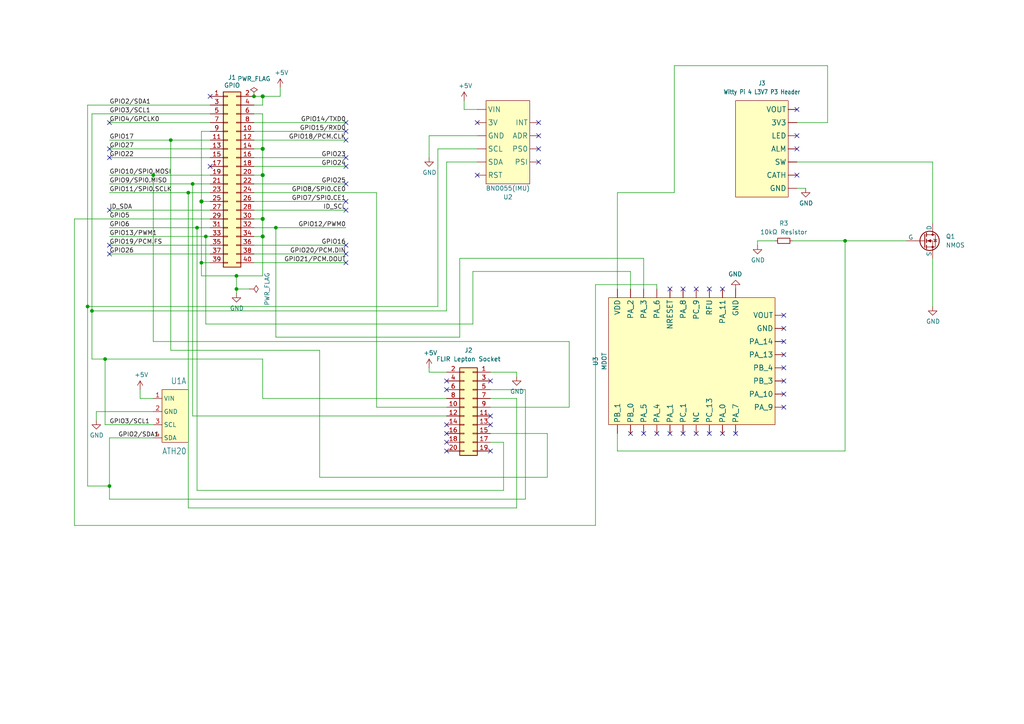
<source format=kicad_sch>
(kicad_sch (version 20250114) (generator "eeschema") (generator_version "9.0")
  (paper "A4")
  (title_block (title "WaterCam Custom PCB HAT") (date "28 March 2025") (company "Omar Mohammed"))
  (lib_symbols
    (symbol "Adafruit AHT20 Temperature & Humidity-eagle-import:AHT20"
      (property "Reference" "U" (at 1.524 17.526 0))
      (symbol "AHT20_0_0"
        (rectangle (start 0 15.24) (end 7.62 0) (fill (type background)))
      )
      (symbol "AHT20_1_1"
        (pin input line (at -2.54 12.7 0) (length 2.54) (name "VIN") (number "1"))
        (pin input line (at -2.54 8.89 0) (length 2.54) (name "GND") (number "2"))
        (pin bidirectional line (at -2.54 5.08 0) (length 2.54) (name "SCL") (number "3"))
        (pin bidirectional line (at -2.54 1.27 0) (length 2.54) (name "SDA") (number "4"))
      )
      (symbol "AHT20_2_0"
        (pin bidirectional line (at 0 0 0) (length 5.08) (name "MT") (number "MT1"))
      )
      (symbol "AHT20_3_0"
        (pin bidirectional line (at 0 0 0) (length 5.08) (name "MT") (number "MT2"))
      )
    )
    (symbol "Adafruit BNO055 STEMMA QT-eagle-import:BNO055_Simple"
      (property "Reference" "U2" (at 6.35 27.94 0))
      (property "Value" "BNO055(IMU)" (at 6.35 25.4 0))
      (symbol "BNO055_Simple_1_0"
        (pin input line (at -2.54 17.78 0) (length 2.54) (name "PSI") (number "7"))
        (pin input line (at -2.54 13.97 0) (length 2.54) (name "PS0") (number "8"))
        (pin input line (at -2.54 10.16 0) (length 2.54) (name "ADR") (number "9"))
        (pin input line (at -2.54 6.35 0) (length 2.54) (name "INT") (number "10"))
        (pin input line (at 15.24 21.59 180) (length 2.54) (name "RST") (number "1"))
        (pin bidirectional line (at 15.24 17.78 180) (length 2.54) (name "SDA") (number "2"))
        (pin bidirectional line (at 15.24 13.97 180) (length 2.54) (name "SCL") (number "3"))
        (pin input line (at 15.24 10.16 180) (length 2.54) (name "GND") (number "4"))
        (pin input line (at 15.24 6.35 180) (length 2.54) (name "3V") (number "5"))
        (pin input line (at 15.24 2.54 180) (length 2.54) (name "VIN") (number "6"))
      )
      (symbol "BNO055_Simple_1_1"
        (rectangle (start 0 24.13) (end 12.7 0) (fill (type background)))
      )
    )
    (symbol "Adafruit BNO055 STEMMA QT-eagle-import:WittyPi4L3V7_P3Header"
      (property "Reference" "J3" (at 24.384 30.988 0))
      (property "Value" "Witty Pi 4 L3V7 P3 Header" (at 14.732 -3.048 0))
      (symbol "WittyPi4L3V7_P3Header_1_0"
        (pin power_out line (at 35.56 25.4 180) (length 2.54) (name "VOUT") (number "1"))
        (pin power_out line (at 35.56 21.59 180) (length 2.54) (name "3V3") (number "2"))
        (pin passive line (at 35.56 17.78 180) (length 2.54) (name "LED") (number "3"))
        (pin output line (at 35.56 13.97 180) (length 2.54) (name "ALM") (number "4"))
        (pin bidirectional line (at 35.56 10.16 180) (length 2.54) (name "SW") (number "5"))
        (pin passive line (at 35.56 6.35 180) (length 2.54) (name "CATH") (number "6"))
        (pin power_in line (at 35.56 2.54 180) (length 2.54) (name "GND") (number "7"))
      )
      (symbol "WittyPi4L3V7_P3Header_1_1"
        (rectangle (start 17.78 27.94) (end 33.02 0) (fill (type background)))
      )
    )
    (symbol "Connector_Generic:Conn_02x10_Odd_Even" (pin_names (offset 1.016) (hide yes))
      (property "Reference" "J" (at 1.27 12.7 0))
      (property "Value" "Conn_02x10_Odd_Even" (at 1.27 -15.24 0))
      (symbol "Conn_02x10_Odd_Even_1_1"
        (rectangle (start -1.27 11.43) (end 3.81 -13.97) (stroke (width 0.254)) (fill (type background)))
        (rectangle (start -1.27 10.287) (end 0 10.033) (stroke (width 0.1524)))
        (rectangle (start -1.27 7.747) (end 0 7.493) (stroke (width 0.1524)))
        (rectangle (start -1.27 5.207) (end 0 4.953) (stroke (width 0.1524)))
        (rectangle (start -1.27 2.667) (end 0 2.413) (stroke (width 0.1524)))
        (rectangle (start -1.27 0.127) (end 0 -0.127) (stroke (width 0.1524)))
        (rectangle (start -1.27 -2.413) (end 0 -2.667) (stroke (width 0.1524)))
        (rectangle (start -1.27 -4.953) (end 0 -5.207) (stroke (width 0.1524)))
        (rectangle (start -1.27 -7.493) (end 0 -7.747) (stroke (width 0.1524)))
        (rectangle (start -1.27 -10.033) (end 0 -10.287) (stroke (width 0.1524)))
        (rectangle (start -1.27 -12.573) (end 0 -12.827) (stroke (width 0.1524)))
        (rectangle (start 3.81 10.287) (end 2.54 10.033) (stroke (width 0.1524)))
        (rectangle (start 3.81 7.747) (end 2.54 7.493) (stroke (width 0.1524)))
        (rectangle (start 3.81 5.207) (end 2.54 4.953) (stroke (width 0.1524)))
        (rectangle (start 3.81 2.667) (end 2.54 2.413) (stroke (width 0.1524)))
        (rectangle (start 3.81 0.127) (end 2.54 -0.127) (stroke (width 0.1524)))
        (rectangle (start 3.81 -2.413) (end 2.54 -2.667) (stroke (width 0.1524)))
        (rectangle (start 3.81 -4.953) (end 2.54 -5.207) (stroke (width 0.1524)))
        (rectangle (start 3.81 -7.493) (end 2.54 -7.747) (stroke (width 0.1524)))
        (rectangle (start 3.81 -10.033) (end 2.54 -10.287) (stroke (width 0.1524)))
        (rectangle (start 3.81 -12.573) (end 2.54 -12.827) (stroke (width 0.1524)))
        (pin passive line (at -5.08 10.16 0) (length 3.81) (name "Pin_1") (number "1"))
        (pin passive line (at -5.08 7.62 0) (length 3.81) (name "Pin_3") (number "3"))
        (pin passive line (at -5.08 5.08 0) (length 3.81) (name "Pin_5") (number "5"))
        (pin passive line (at -5.08 2.54 0) (length 3.81) (name "Pin_7") (number "7"))
        (pin passive line (at -5.08 0 0) (length 3.81) (name "Pin_9") (number "9"))
        (pin passive line (at -5.08 -2.54 0) (length 3.81) (name "Pin_11") (number "11"))
        (pin passive line (at -5.08 -5.08 0) (length 3.81) (name "Pin_13") (number "13"))
        (pin passive line (at -5.08 -7.62 0) (length 3.81) (name "Pin_15") (number "15"))
        (pin passive line (at -5.08 -10.16 0) (length 3.81) (name "Pin_17") (number "17"))
        (pin passive line (at -5.08 -12.7 0) (length 3.81) (name "Pin_19") (number "19"))
        (pin passive line (at 7.62 10.16 180) (length 3.81) (name "Pin_2") (number "2"))
        (pin passive line (at 7.62 7.62 180) (length 3.81) (name "Pin_4") (number "4"))
        (pin passive line (at 7.62 5.08 180) (length 3.81) (name "Pin_6") (number "6"))
        (pin passive line (at 7.62 2.54 180) (length 3.81) (name "Pin_8") (number "8"))
        (pin passive line (at 7.62 0 180) (length 3.81) (name "Pin_10") (number "10"))
        (pin passive line (at 7.62 -2.54 180) (length 3.81) (name "Pin_12") (number "12"))
        (pin passive line (at 7.62 -5.08 180) (length 3.81) (name "Pin_14") (number "14"))
        (pin passive line (at 7.62 -7.62 180) (length 3.81) (name "Pin_16") (number "16"))
        (pin passive line (at 7.62 -10.16 180) (length 3.81) (name "Pin_18") (number "18"))
        (pin passive line (at 7.62 -12.7 180) (length 3.81) (name "Pin_20") (number "20"))
      )
    )
    (symbol "Connector_Generic:Conn_02x20_Odd_Even" (pin_names (offset 1.016) (hide yes))
      (property "Reference" "J" (at 1.27 25.4 0))
      (property "Value" "Conn_02x20_Odd_Even" (at 1.27 -27.94 0))
      (symbol "Conn_02x20_Odd_Even_1_1"
        (rectangle (start -1.27 24.13) (end 3.81 -26.67) (stroke (width 0.254)) (fill (type background)))
        (rectangle (start -1.27 22.987) (end 0 22.733) (stroke (width 0.1524)))
        (rectangle (start -1.27 20.447) (end 0 20.193) (stroke (width 0.1524)))
        (rectangle (start -1.27 17.907) (end 0 17.653) (stroke (width 0.1524)))
        (rectangle (start -1.27 15.367) (end 0 15.113) (stroke (width 0.1524)))
        (rectangle (start -1.27 12.827) (end 0 12.573) (stroke (width 0.1524)))
        (rectangle (start -1.27 10.287) (end 0 10.033) (stroke (width 0.1524)))
        (rectangle (start -1.27 7.747) (end 0 7.493) (stroke (width 0.1524)))
        (rectangle (start -1.27 5.207) (end 0 4.953) (stroke (width 0.1524)))
        (rectangle (start -1.27 2.667) (end 0 2.413) (stroke (width 0.1524)))
        (rectangle (start -1.27 0.127) (end 0 -0.127) (stroke (width 0.1524)))
        (rectangle (start -1.27 -2.413) (end 0 -2.667) (stroke (width 0.1524)))
        (rectangle (start -1.27 -4.953) (end 0 -5.207) (stroke (width 0.1524)))
        (rectangle (start -1.27 -7.493) (end 0 -7.747) (stroke (width 0.1524)))
        (rectangle (start -1.27 -10.033) (end 0 -10.287) (stroke (width 0.1524)))
        (rectangle (start -1.27 -12.573) (end 0 -12.827) (stroke (width 0.1524)))
        (rectangle (start -1.27 -15.113) (end 0 -15.367) (stroke (width 0.1524)))
        (rectangle (start -1.27 -17.653) (end 0 -17.907) (stroke (width 0.1524)))
        (rectangle (start -1.27 -20.193) (end 0 -20.447) (stroke (width 0.1524)))
        (rectangle (start -1.27 -22.733) (end 0 -22.987) (stroke (width 0.1524)))
        (rectangle (start -1.27 -25.273) (end 0 -25.527) (stroke (width 0.1524)))
        (rectangle (start 3.81 22.987) (end 2.54 22.733) (stroke (width 0.1524)))
        (rectangle (start 3.81 20.447) (end 2.54 20.193) (stroke (width 0.1524)))
        (rectangle (start 3.81 17.907) (end 2.54 17.653) (stroke (width 0.1524)))
        (rectangle (start 3.81 15.367) (end 2.54 15.113) (stroke (width 0.1524)))
        (rectangle (start 3.81 12.827) (end 2.54 12.573) (stroke (width 0.1524)))
        (rectangle (start 3.81 10.287) (end 2.54 10.033) (stroke (width 0.1524)))
        (rectangle (start 3.81 7.747) (end 2.54 7.493) (stroke (width 0.1524)))
        (rectangle (start 3.81 5.207) (end 2.54 4.953) (stroke (width 0.1524)))
        (rectangle (start 3.81 2.667) (end 2.54 2.413) (stroke (width 0.1524)))
        (rectangle (start 3.81 0.127) (end 2.54 -0.127) (stroke (width 0.1524)))
        (rectangle (start 3.81 -2.413) (end 2.54 -2.667) (stroke (width 0.1524)))
        (rectangle (start 3.81 -4.953) (end 2.54 -5.207) (stroke (width 0.1524)))
        (rectangle (start 3.81 -7.493) (end 2.54 -7.747) (stroke (width 0.1524)))
        (rectangle (start 3.81 -10.033) (end 2.54 -10.287) (stroke (width 0.1524)))
        (rectangle (start 3.81 -12.573) (end 2.54 -12.827) (stroke (width 0.1524)))
        (rectangle (start 3.81 -15.113) (end 2.54 -15.367) (stroke (width 0.1524)))
        (rectangle (start 3.81 -17.653) (end 2.54 -17.907) (stroke (width 0.1524)))
        (rectangle (start 3.81 -20.193) (end 2.54 -20.447) (stroke (width 0.1524)))
        (rectangle (start 3.81 -22.733) (end 2.54 -22.987) (stroke (width 0.1524)))
        (rectangle (start 3.81 -25.273) (end 2.54 -25.527) (stroke (width 0.1524)))
        (pin passive line (at -5.08 22.86 0) (length 3.81) (name "Pin_1") (number "1"))
        (pin passive line (at -5.08 20.32 0) (length 3.81) (name "Pin_3") (number "3"))
        (pin passive line (at -5.08 17.78 0) (length 3.81) (name "Pin_5") (number "5"))
        (pin passive line (at -5.08 15.24 0) (length 3.81) (name "Pin_7") (number "7"))
        (pin passive line (at -5.08 12.7 0) (length 3.81) (name "Pin_9") (number "9"))
        (pin passive line (at -5.08 10.16 0) (length 3.81) (name "Pin_11") (number "11"))
        (pin passive line (at -5.08 7.62 0) (length 3.81) (name "Pin_13") (number "13"))
        (pin passive line (at -5.08 5.08 0) (length 3.81) (name "Pin_15") (number "15"))
        (pin passive line (at -5.08 2.54 0) (length 3.81) (name "Pin_17") (number "17"))
        (pin passive line (at -5.08 0 0) (length 3.81) (name "Pin_19") (number "19"))
        (pin passive line (at -5.08 -2.54 0) (length 3.81) (name "Pin_21") (number "21"))
        (pin passive line (at -5.08 -5.08 0) (length 3.81) (name "Pin_23") (number "23"))
        (pin passive line (at -5.08 -7.62 0) (length 3.81) (name "Pin_25") (number "25"))
        (pin passive line (at -5.08 -10.16 0) (length 3.81) (name "Pin_27") (number "27"))
        (pin passive line (at -5.08 -12.7 0) (length 3.81) (name "Pin_29") (number "29"))
        (pin passive line (at -5.08 -15.24 0) (length 3.81) (name "Pin_31") (number "31"))
        (pin passive line (at -5.08 -17.78 0) (length 3.81) (name "Pin_33") (number "33"))
        (pin passive line (at -5.08 -20.32 0) (length 3.81) (name "Pin_35") (number "35"))
        (pin passive line (at -5.08 -22.86 0) (length 3.81) (name "Pin_37") (number "37"))
        (pin passive line (at -5.08 -25.4 0) (length 3.81) (name "Pin_39") (number "39"))
        (pin passive line (at 7.62 22.86 180) (length 3.81) (name "Pin_2") (number "2"))
        (pin passive line (at 7.62 20.32 180) (length 3.81) (name "Pin_4") (number "4"))
        (pin passive line (at 7.62 17.78 180) (length 3.81) (name "Pin_6") (number "6"))
        (pin passive line (at 7.62 15.24 180) (length 3.81) (name "Pin_8") (number "8"))
        (pin passive line (at 7.62 12.7 180) (length 3.81) (name "Pin_10") (number "10"))
        (pin passive line (at 7.62 10.16 180) (length 3.81) (name "Pin_12") (number "12"))
        (pin passive line (at 7.62 7.62 180) (length 3.81) (name "Pin_14") (number "14"))
        (pin passive line (at 7.62 5.08 180) (length 3.81) (name "Pin_16") (number "16"))
        (pin passive line (at 7.62 2.54 180) (length 3.81) (name "Pin_18") (number "18"))
        (pin passive line (at 7.62 0 180) (length 3.81) (name "Pin_20") (number "20"))
        (pin passive line (at 7.62 -2.54 180) (length 3.81) (name "Pin_22") (number "22"))
        (pin passive line (at 7.62 -5.08 180) (length 3.81) (name "Pin_24") (number "24"))
        (pin passive line (at 7.62 -7.62 180) (length 3.81) (name "Pin_26") (number "26"))
        (pin passive line (at 7.62 -10.16 180) (length 3.81) (name "Pin_28") (number "28"))
        (pin passive line (at 7.62 -12.7 180) (length 3.81) (name "Pin_30") (number "30"))
        (pin passive line (at 7.62 -15.24 180) (length 3.81) (name "Pin_32") (number "32"))
        (pin passive line (at 7.62 -17.78 180) (length 3.81) (name "Pin_34") (number "34"))
        (pin passive line (at 7.62 -20.32 180) (length 3.81) (name "Pin_36") (number "36"))
        (pin passive line (at 7.62 -22.86 180) (length 3.81) (name "Pin_38") (number "38"))
        (pin passive line (at 7.62 -25.4 180) (length 3.81) (name "Pin_40") (number "40"))
      )
    )
    (symbol "Device:R_Small" (pin_numbers (hide yes)) (pin_names (offset 0.254) (hide yes))
      (property "Reference" "R" (at 0.762 0.508 0))
      (property "Value" "R_Small" (at 0.762 -1.016 0))
      (symbol "R_Small_0_1"
        (rectangle (start -0.762 1.778) (end 0.762 -1.778) (stroke (width 0.2032)))
      )
      (symbol "R_Small_1_1"
        (pin passive line (at 0 2.54 270) (length 0.762) (name "~") (number "1"))
        (pin passive line (at 0 -2.54 90) (length 0.762) (name "~") (number "2"))
      )
    )
    (symbol "MTDOT-915_1"
      (property "Reference" "U3" (at 18.415 52.07 0))
      (property "Value" "MDOT" (at 18.415 49.53 0))
      (symbol "MTDOT-915_1_1_0"
        (pin input line (at -2.54 45.72 0) (length 2.54) (name "VDD") (number "1"))
        (pin input line (at -2.54 41.91 0) (length 2.54) (name "PA_2") (number "2"))
        (pin input line (at -2.54 38.1 0) (length 2.54) (name "PA_3") (number "3"))
        (pin input line (at -2.54 34.29 0) (length 2.54) (name "PA_6") (number "4"))
        (pin input line (at -2.54 30.48 0) (length 2.54) (name "NRESET") (number "5"))
        (pin input line (at -2.54 26.67 0) (length 2.54) (name "PA_8") (number "6"))
        (pin input line (at -2.54 22.86 0) (length 2.54) (name "PC_9") (number "7"))
        (pin input line (at -2.54 19.05 0) (length 2.54) (name "RFU") (number "8"))
        (pin input line (at -2.54 15.24 0) (length 2.54) (name "PA_11") (number "9"))
        (pin input line (at -2.54 11.43 0) (length 2.54) (name "GND") (number "10"))
        (pin output line (at 5.08 -2.54 90) (length 2.54) (name "VOUT") (number "11"))
        (pin input line (at 8.89 -2.54 90) (length 2.54) (name "GND") (number "12"))
        (pin input line (at 12.7 -2.54 90) (length 2.54) (name "PA_14") (number "13"))
        (pin input line (at 16.51 -2.54 90) (length 2.54) (name "PA_13") (number "14"))
        (pin input line (at 20.32 -2.54 90) (length 2.54) (name "PB_4") (number "15"))
        (pin input line (at 24.13 -2.54 90) (length 2.54) (name "PB_3") (number "16"))
        (pin input line (at 27.94 -2.54 90) (length 2.54) (name "PA_10") (number "17"))
        (pin input line (at 31.75 -2.54 90) (length 2.54) (name "PA_9") (number "18"))
        (pin input line (at 39.37 45.72 180) (length 2.54) (name "PB_1") (number "19"))
        (pin input line (at 39.37 41.91 180) (length 2.54) (name "PB_0") (number "20"))
        (pin input line (at 39.37 38.1 180) (length 2.54) (name "PA_5") (number "21"))
        (pin input line (at 39.37 34.29 180) (length 2.54) (name "PA_4") (number "22"))
        (pin input line (at 39.37 30.48 180) (length 2.54) (name "PA_1") (number "23"))
        (pin input line (at 39.37 26.67 180) (length 2.54) (name "PC_1") (number "24"))
        (pin input line (at 39.37 22.86 180) (length 2.54) (name "NC") (number "25"))
        (pin input line (at 39.37 19.05 180) (length 2.54) (name "PC_13") (number "26"))
        (pin input line (at 39.37 15.24 180) (length 2.54) (name "PA_0") (number "27"))
        (pin input line (at 39.37 11.43 180) (length 2.54) (name "PA_7") (number "28"))
      )
      (symbol "MTDOT-915_1_1_1"
        (rectangle (start 0 48.26) (end 36.83 0) (fill (type background)))
      )
    )
    (symbol "Simulation_SPICE:NMOS" (pin_numbers (hide yes)) (pin_names (offset 0))
      (property "Reference" "Q" (at 5.08 1.27 0))
      (property "Value" "NMOS" (at 5.08 -1.27 0))
      (symbol "NMOS_0_1"
        (polyline (pts (xy 0.254 1.905) (xy 0.254 -1.905)) (stroke (width 0.254)))
        (polyline (pts (xy 0.254 0) (xy -2.54 0)))
        (polyline (pts (xy 0.762 2.286) (xy 0.762 1.27)) (stroke (width 0.254)))
        (polyline (pts (xy 0.762 0.508) (xy 0.762 -0.508)) (stroke (width 0.254)))
        (polyline (pts (xy 0.762 -1.27) (xy 0.762 -2.286)) (stroke (width 0.254)))
        (polyline (pts (xy 0.762 -1.778) (xy 3.302 -1.778) (xy 3.302 1.778) (xy 0.762 1.778)))
        (polyline (pts (xy 1.016 0) (xy 2.032 0.381) (xy 2.032 -0.381) (xy 1.016 0)) (fill (type outline)))
        (circle (center 1.651 0) (radius 2.794) (stroke (width 0.254)))
        (polyline (pts (xy 2.54 2.54) (xy 2.54 1.778)))
        (circle (center 2.54 1.778) (radius 0.254) (fill (type outline)))
        (circle (center 2.54 -1.778) (radius 0.254) (fill (type outline)))
        (polyline (pts (xy 2.54 -2.54) (xy 2.54 0) (xy 0.762 0)))
        (polyline (pts (xy 2.794 0.508) (xy 2.921 0.381) (xy 3.683 0.381) (xy 3.81 0.254)))
        (polyline (pts (xy 3.302 0.381) (xy 2.921 -0.254) (xy 3.683 -0.254) (xy 3.302 0.381)))
      )
      (symbol "NMOS_1_1"
        (pin input line (at -5.08 0 0) (length 2.54) (name "G") (number "2"))
        (pin passive line (at 2.54 5.08 270) (length 2.54) (name "D") (number "1"))
        (pin passive line (at 2.54 -5.08 90) (length 2.54) (name "S") (number "3"))
      )
    )
    (symbol "power:+5V" (power) (pin_names (offset 0))
      (property "Value" "+5V" (at 0 3.556 0))
      (symbol "+5V_0_1"
        (polyline (pts (xy -0.762 1.27) (xy 0 2.54)))
        (polyline (pts (xy 0 2.54) (xy 0.762 1.27)))
        (polyline (pts (xy 0 0) (xy 0 2.54)))
      )
      (symbol "+5V_1_1"
        (pin power_in line (at 0 0 90) (length 0) (hide yes) (name "+5V") (number "1"))
      )
    )
    (symbol "power:GND" (power) (pin_names (offset 0))
      (property "Value" "GND" (at 0 -3.81 0))
      (symbol "GND_0_1"
        (polyline (pts (xy 0 0) (xy 0 -1.27) (xy 1.27 -1.27) (xy 0 -2.54) (xy -1.27 -1.27) (xy 0 -1.27)))
      )
      (symbol "GND_1_1"
        (pin power_in line (at 0 0 270) (length 0) (hide yes) (name "GND") (number "1"))
      )
    )
    (symbol "power:PWR_FLAG" (power) (pin_numbers (hide yes)) (pin_names (offset 0) (hide yes))
      (property "Value" "PWR_FLAG" (at 0 3.81 0))
      (symbol "PWR_FLAG_0_0"
        (pin power_out line (at 0 0 90) (length 0) (name "~") (number "1"))
      )
      (symbol "PWR_FLAG_0_1"
        (polyline (pts (xy 0 0) (xy 0 1.27) (xy -1.016 1.905) (xy 0 2.54) (xy 1.016 1.905) (xy 0 1.27)))
      )
    )
  )
  (junction (at 26.67 90.17))
  (junction (at 25.4 88.9))
  (junction (at 44.45 50.8))
  (junction (at 76.2 27.94) (diameter 1.016))
  (junction (at 80.01 66.04))
  (junction (at 76.2 43.18) (diameter 1.016))
  (junction (at 59.69 68.58))
  (junction (at 49.53 40.64))
  (junction (at 73.66 27.94))
  (junction (at 245.11 69.85))
  (junction (at 55.88 53.34))
  (junction (at 68.58 80.01))
  (junction (at 30.48 104.14))
  (junction (at 58.42 76.2))
  (junction (at 58.42 58.42) (diameter 1.016))
  (junction (at 76.2 68.58) (diameter 1.016))
  (junction (at 31.75 140.97))
  (junction (at 68.58 83.82))
  (junction (at 76.2 63.5) (diameter 1.016))
  (junction (at 76.2 50.8) (diameter 1.016))
  (junction (at 54.61 55.88))
  (junction (at 57.15 66.04))
  (no_connect (at 156.21 43.18))
  (no_connect (at 31.75 73.66))
  (no_connect (at 31.75 35.56))
  (no_connect (at 100.33 40.64))
  (no_connect (at 201.93 83.82))
  (no_connect (at 129.54 130.81))
  (no_connect (at 205.74 83.82))
  (no_connect (at 209.55 125.73))
  (no_connect (at 100.33 53.34))
  (no_connect (at 100.33 35.56))
  (no_connect (at 31.75 45.72))
  (no_connect (at 100.33 58.42))
  (no_connect (at 231.14 50.8))
  (no_connect (at 138.43 50.8))
  (no_connect (at 227.33 110.49))
  (no_connect (at 60.96 48.26))
  (no_connect (at 129.54 113.03))
  (no_connect (at 31.75 60.96))
  (no_connect (at 129.54 110.49))
  (no_connect (at 100.33 45.72))
  (no_connect (at 182.88 125.73))
  (no_connect (at 31.75 43.18))
  (no_connect (at 129.54 125.73))
  (no_connect (at 209.55 83.82))
  (no_connect (at 190.5 125.73))
  (no_connect (at 231.14 31.75))
  (no_connect (at 194.31 125.73))
  (no_connect (at 31.75 71.12))
  (no_connect (at 129.54 123.19))
  (no_connect (at 213.36 125.73))
  (no_connect (at 129.54 128.27))
  (no_connect (at 100.33 38.1))
  (no_connect (at 100.33 48.26))
  (no_connect (at 205.74 125.73))
  (no_connect (at 194.31 83.82))
  (no_connect (at 138.43 35.56))
  (no_connect (at 227.33 118.11))
  (no_connect (at 227.33 91.44))
  (no_connect (at 156.21 39.37))
  (no_connect (at 201.93 125.73))
  (no_connect (at 142.24 120.65))
  (no_connect (at 100.33 71.12))
  (no_connect (at 227.33 106.68))
  (no_connect (at 227.33 114.3))
  (no_connect (at 227.33 99.06))
  (no_connect (at 60.96 27.94))
  (no_connect (at 100.33 60.96))
  (no_connect (at 156.21 35.56))
  (no_connect (at 231.14 43.18))
  (no_connect (at 186.69 125.73))
  (no_connect (at 198.12 83.82))
  (no_connect (at 231.14 39.37))
  (no_connect (at 100.33 73.66))
  (no_connect (at 198.12 125.73))
  (no_connect (at 100.33 76.2))
  (no_connect (at 142.24 130.81))
  (no_connect (at 227.33 95.25))
  (no_connect (at 142.24 110.49))
  (no_connect (at 142.24 123.19))
  (no_connect (at 156.21 46.99))
  (no_connect (at 227.33 102.87))
  (wire (pts (xy 58.42 58.42) (xy 58.42 76.2)))
  (wire (pts (xy 73.66 58.42) (xy 100.33 58.42)))
  (wire (pts (xy 182.88 83.82) (xy 182.88 78.74)))
  (wire (pts (xy 40.64 115.57) (xy 44.45 115.57)))
  (wire (pts (xy 55.88 53.34) (xy 60.96 53.34)))
  (wire (pts (xy 149.86 115.57) (xy 149.86 147.32)))
  (wire (pts (xy 233.68 54.61) (xy 231.14 54.61)))
  (wire (pts (xy 172.72 82.55) (xy 190.5 82.55)))
  (wire (pts (xy 76.2 33.02) (xy 76.2 43.18)))
  (wire (pts (xy 124.46 107.95) (xy 129.54 107.95)))
  (wire (pts (xy 76.2 50.8) (xy 73.66 50.8)))
  (wire (pts (xy 25.4 30.48) (xy 60.96 30.48)))
  (wire (pts (xy 31.75 127) (xy 31.75 140.97)))
  (wire (pts (xy 142.24 115.57) (xy 149.86 115.57)))
  (wire (pts (xy 146.05 142.24) (xy 57.15 142.24)))
  (wire (pts (xy 172.72 82.55) (xy 172.72 152.4)))
  (wire (pts (xy 21.59 152.4) (xy 172.72 152.4)))
  (wire (pts (xy 127 43.18) (xy 138.43 43.18)) (stroke (width 0.1524)))
  (wire (pts (xy 142.24 113.03) (xy 152.4 113.03)))
  (wire (pts (xy 76.2 63.5) (xy 76.2 68.58)))
  (wire (pts (xy 229.87 69.85) (xy 245.11 69.85)))
  (wire (pts (xy 68.58 83.82) (xy 68.58 85.09)))
  (wire (pts (xy 49.53 40.64) (xy 49.53 101.6)))
  (wire (pts (xy 73.66 30.48) (xy 76.2 30.48)))
  (wire (pts (xy 25.4 30.48) (xy 25.4 88.9)))
  (wire (pts (xy 76.2 104.14) (xy 76.2 115.57)))
  (wire (pts (xy 54.61 147.32) (xy 54.61 55.88)))
  (wire (pts (xy 124.46 39.37) (xy 124.46 45.72)))
  (wire (pts (xy 92.71 101.6) (xy 92.71 138.43)))
  (wire (pts (xy 76.2 50.8) (xy 76.2 63.5)))
  (wire (pts (xy 21.59 63.5) (xy 21.59 152.4)))
  (wire (pts (xy 73.66 35.56) (xy 100.33 35.56)))
  (wire (pts (xy 58.42 38.1) (xy 58.42 58.42)))
  (wire (pts (xy 179.07 83.82) (xy 179.07 55.88)))
  (wire (pts (xy 92.71 138.43) (xy 158.75 138.43)))
  (wire (pts (xy 186.69 74.93) (xy 133.35 74.93)))
  (wire (pts (xy 58.42 38.1) (xy 60.96 38.1)))
  (wire (pts (xy 73.66 55.88) (xy 109.22 55.88)))
  (wire (pts (xy 60.96 60.96) (xy 31.75 60.96)))
  (wire (pts (xy 127 88.9) (xy 127 43.18)) (stroke (width 0.1524)))
  (wire (pts (xy 55.88 120.65) (xy 55.88 53.34)))
  (wire (pts (xy 57.15 142.24) (xy 57.15 66.04)))
  (wire (pts (xy 231.14 46.99) (xy 270.51 46.99)))
  (wire (pts (xy 44.45 123.19) (xy 30.48 123.19)) (stroke (width 0.1524)))
  (wire (pts (xy 182.88 78.74) (xy 137.16 78.74)))
  (wire (pts (xy 179.07 125.73) (xy 179.07 130.81)))
  (wire (pts (xy 270.51 64.77) (xy 270.51 46.99)))
  (wire (pts (xy 149.86 109.22) (xy 149.86 107.95)))
  (wire (pts (xy 58.42 58.42) (xy 60.96 58.42)))
  (wire (pts (xy 73.66 43.18) (xy 76.2 43.18)))
  (wire (pts (xy 73.66 45.72) (xy 100.33 45.72)))
  (wire (pts (xy 60.96 76.2) (xy 58.42 76.2)))
  (wire (pts (xy 58.42 80.01) (xy 68.58 80.01)))
  (wire (pts (xy 26.67 104.14) (xy 30.48 104.14)))
  (wire (pts (xy 186.69 83.82) (xy 186.69 74.93)))
  (wire (pts (xy 245.11 69.85) (xy 245.11 130.81)))
  (wire (pts (xy 134.62 29.21) (xy 134.62 31.75)))
  (wire (pts (xy 80.01 66.04) (xy 100.33 66.04)))
  (wire (pts (xy 73.66 76.2) (xy 100.33 76.2)))
  (wire (pts (xy 58.42 76.2) (xy 58.42 80.01)))
  (wire (pts (xy 240.03 35.56) (xy 231.14 35.56)))
  (wire (pts (xy 142.24 107.95) (xy 149.86 107.95)))
  (wire (pts (xy 25.4 140.97) (xy 31.75 140.97)))
  (wire (pts (xy 124.46 106.68) (xy 124.46 107.95)))
  (wire (pts (xy 76.2 68.58) (xy 73.66 68.58)))
  (wire (pts (xy 270.51 88.9) (xy 270.51 74.93)))
  (wire (pts (xy 129.54 90.17) (xy 26.67 90.17)) (stroke (width 0.1524)))
  (wire (pts (xy 158.75 138.43) (xy 158.75 125.73)))
  (wire (pts (xy 124.46 39.37) (xy 138.43 39.37)))
  (wire (pts (xy 219.71 69.85) (xy 219.71 71.12)))
  (wire (pts (xy 80.01 97.79) (xy 133.35 97.79)))
  (wire (pts (xy 31.75 55.88) (xy 54.61 55.88)))
  (wire (pts (xy 129.54 46.99) (xy 138.43 46.99)) (stroke (width 0.1524)))
  (wire (pts (xy 133.35 74.93) (xy 133.35 97.79)))
  (wire (pts (xy 76.2 68.58) (xy 76.2 80.01)))
  (wire (pts (xy 31.75 127) (xy 44.45 127)))
  (wire (pts (xy 80.01 66.04) (xy 80.01 97.79)))
  (wire (pts (xy 76.2 27.94) (xy 76.2 30.48)))
  (wire (pts (xy 149.86 147.32) (xy 54.61 147.32)))
  (wire (pts (xy 76.2 43.18) (xy 76.2 50.8)))
  (wire (pts (xy 134.62 31.75) (xy 138.43 31.75)))
  (wire (pts (xy 179.07 55.88) (xy 195.58 55.88)))
  (wire (pts (xy 44.45 50.8) (xy 31.75 50.8)))
  (wire (pts (xy 73.66 40.64) (xy 100.33 40.64)))
  (wire (pts (xy 81.28 25.4) (xy 81.28 27.94)))
  (wire (pts (xy 165.1 99.06) (xy 44.45 99.06)))
  (wire (pts (xy 240.03 19.05) (xy 240.03 35.56)))
  (wire (pts (xy 26.67 90.17) (xy 26.67 104.14)))
  (wire (pts (xy 49.53 101.6) (xy 92.71 101.6)))
  (wire (pts (xy 190.5 82.55) (xy 190.5 83.82)))
  (wire (pts (xy 31.75 35.56) (xy 60.96 35.56)))
  (wire (pts (xy 146.05 128.27) (xy 146.05 142.24)))
  (wire (pts (xy 76.2 27.94) (xy 73.66 27.94)))
  (wire (pts (xy 142.24 128.27) (xy 146.05 128.27)))
  (wire (pts (xy 109.22 118.11) (xy 109.22 55.88)))
  (wire (pts (xy 73.66 48.26) (xy 100.33 48.26)))
  (wire (pts (xy 73.66 38.1) (xy 100.33 38.1)))
  (wire (pts (xy 224.79 69.85) (xy 219.71 69.85)))
  (wire (pts (xy 129.54 46.99) (xy 129.54 90.17)) (stroke (width 0.1524)))
  (wire (pts (xy 31.75 45.72) (xy 60.96 45.72)))
  (wire (pts (xy 31.75 53.34) (xy 55.88 53.34)))
  (wire (pts (xy 152.4 113.03) (xy 152.4 144.78)))
  (wire (pts (xy 109.22 118.11) (xy 129.54 118.11)))
  (wire (pts (xy 81.28 27.94) (xy 76.2 27.94)))
  (wire (pts (xy 68.58 83.82) (xy 72.39 83.82)))
  (wire (pts (xy 73.66 66.04) (xy 80.01 66.04)))
  (wire (pts (xy 21.59 63.5) (xy 60.96 63.5)))
  (wire (pts (xy 44.45 50.8) (xy 44.45 99.06)))
  (wire (pts (xy 31.75 66.04) (xy 57.15 66.04)))
  (wire (pts (xy 31.75 43.18) (xy 60.96 43.18)))
  (wire (pts (xy 142.24 118.11) (xy 165.1 118.11)))
  (wire (pts (xy 30.48 104.14) (xy 76.2 104.14)))
  (wire (pts (xy 31.75 71.12) (xy 60.96 71.12)))
  (wire (pts (xy 73.66 71.12) (xy 100.33 71.12)))
  (wire (pts (xy 59.69 68.58) (xy 31.75 68.58)))
  (wire (pts (xy 31.75 40.64) (xy 49.53 40.64)))
  (wire (pts (xy 26.67 33.02) (xy 60.96 33.02)))
  (wire (pts (xy 44.45 119.38) (xy 27.94 119.38)))
  (wire (pts (xy 73.66 73.66) (xy 100.33 73.66)))
  (wire (pts (xy 165.1 99.06) (xy 165.1 118.11)))
  (wire (pts (xy 76.2 33.02) (xy 73.66 33.02)))
  (wire (pts (xy 31.75 73.66) (xy 60.96 73.66)))
  (wire (pts (xy 55.88 120.65) (xy 129.54 120.65)))
  (wire (pts (xy 245.11 130.81) (xy 179.07 130.81)))
  (wire (pts (xy 54.61 55.88) (xy 60.96 55.88)))
  (wire (pts (xy 195.58 19.05) (xy 195.58 55.88)))
  (wire (pts (xy 76.2 115.57) (xy 129.54 115.57)))
  (wire (pts (xy 137.16 78.74) (xy 137.16 93.98)))
  (wire (pts (xy 68.58 80.01) (xy 68.58 83.82)))
  (wire (pts (xy 40.64 113.03) (xy 40.64 115.57)))
  (wire (pts (xy 152.4 144.78) (xy 31.75 144.78)))
  (wire (pts (xy 127 88.9) (xy 25.4 88.9)) (stroke (width 0.1524)))
  (wire (pts (xy 73.66 53.34) (xy 100.33 53.34)))
  (wire (pts (xy 60.96 68.58) (xy 59.69 68.58)))
  (wire (pts (xy 26.67 33.02) (xy 26.67 90.17)))
  (wire (pts (xy 245.11 69.85) (xy 262.89 69.85)))
  (wire (pts (xy 59.69 93.98) (xy 137.16 93.98)))
  (wire (pts (xy 27.94 119.38) (xy 27.94 121.92)))
  (wire (pts (xy 59.69 93.98) (xy 59.69 68.58)))
  (wire (pts (xy 76.2 63.5) (xy 73.66 63.5)))
  (wire (pts (xy 31.75 140.97) (xy 31.75 144.78)))
  (wire (pts (xy 195.58 19.05) (xy 240.03 19.05)))
  (wire (pts (xy 68.58 80.01) (xy 76.2 80.01)))
  (wire (pts (xy 57.15 66.04) (xy 60.96 66.04)))
  (wire (pts (xy 142.24 125.73) (xy 158.75 125.73)))
  (wire (pts (xy 25.4 88.9) (xy 25.4 140.97)))
  (wire (pts (xy 30.48 104.14) (xy 30.48 123.19)))
  (wire (pts (xy 60.96 50.8) (xy 44.45 50.8)))
  (wire (pts (xy 73.66 60.96) (xy 100.33 60.96)))
  (wire (pts (xy 49.53 40.64) (xy 60.96 40.64)))
  (label "ID_SDA" (at 31.75 60.96 0))
  (label "GPIO6" (at 31.75 66.04 0))
  (label "ID_SCL" (at 100.33 60.96 180))
  (label "GPIO5" (at 31.75 63.5 0))
  (label "GPIO21{slash}PCM.DOUT" (at 100.33 76.2 180))
  (label "GPIO19{slash}PCM.FS" (at 31.75 71.12 0))
  (label "GPIO10{slash}SPI0.MOSI" (at 31.75 50.8 0))
  (label "GPIO9{slash}SPI0.MISO" (at 31.75 53.34 0))
  (label "GPIO3{slash}SCL1" (at 31.75 123.19 0) (effects (font (size 1.2446 1.2446))))
  (label "GPIO23" (at 100.33 45.72 180))
  (label "GPIO4{slash}GPCLK0" (at 31.75 35.56 0))
  (label "GPIO27" (at 31.75 43.18 0))
  (label "GPIO26" (at 31.75 73.66 0))
  (label "GPIO14{slash}TXD0" (at 100.33 35.56 180))
  (label "GPIO8{slash}SPI0.CE0" (at 100.33 55.88 180))
  (label "GPIO15{slash}RXD0" (at 100.33 38.1 180))
  (label "GPIO16" (at 100.33 71.12 180))
  (label "GPIO22" (at 31.75 45.72 0))
  (label "GPIO2{slash}SDA1" (at 31.75 30.48 0))
  (label "GPIO17" (at 31.75 40.64 0))
  (label "GPIO25" (at 100.33 53.34 180))
  (label "GPIO3{slash}SCL1" (at 31.75 33.02 0))
  (label "GPIO18{slash}PCM.CLK" (at 100.33 40.64 180))
  (label "GPIO12{slash}PWM0" (at 100.33 66.04 180))
  (label "GPIO13{slash}PWM1" (at 31.75 68.58 0))
  (label "GPIO20{slash}PCM.DIN" (at 100.33 73.66 180))
  (label "GPIO24" (at 100.33 48.26 180))
  (label "GPIO7{slash}SPI0.CE1" (at 100.33 58.42 180))
  (label "GPIO2{slash}SDA1" (at 34.29 127 0) (effects (font (size 1.2446 1.2446))))
  (label "GPIO11{slash}SPI0.SCLK" (at 31.75 55.88 0))
  (symbol (lib_id "power:+5V") (at 81.28 25.4 0) (unit 1)
    (property "Reference" "#PWR01" (effects (hide yes)))
    (property "Value" "+5V" (at 81.6483 21.0756 0))
  )
  (symbol (lib_id "power:GND") (at 68.58 85.09 0) (unit 1)
    (property "Reference" "#PWR03" (effects (hide yes)))
    (property "Value" "GND" (at 68.6943 89.4144 0))
  )
  (symbol (lib_id "Connector_Generic:Conn_02x20_Odd_Even") (at 66.04 50.8 0) (unit 1)
    (property "Reference" "J1" (at 67.31 22.4598 0))
    (property "Value" "GPIO" (at 67.31 24.765 0))
    (property "Footprint" "Raspberry Pi 4B 4GB:MODULE_RASPBERRY_PI_4B_4GB" (effects (hide yes)))
  )
  (symbol (lib_id "power:PWR_FLAG") (at 73.66 27.94 0) (unit 1)
    (property "Reference" "#FLG02" (effects (hide yes)))
    (property "Value" "PWR_FLAG" (at 73.66 22.86 0))
    (property "Description" "Special symbol for telling ERC where power comes from" (effects (hide yes)))
  )
  (symbol (lib_id "Adafruit BNO055 STEMMA QT-eagle-import:WittyPi4L3V7_P3Header") (at 195.58 57.15 0) (unit 1)
    (property "Reference" "J3" (at 220.98 24.13 0) (effects (font (size 1.27 1.0795))))
    (property "Value" "Witty Pi 4 L3V7 P3 Header" (at 220.98 26.67 0) (effects (font (size 1.27 1.0795))))
    (property "Footprint" "Witty Pi 4:WittyPi4_Simple" (effects (hide yes)))
  )
  (symbol (lib_id "power:+5V") (at 40.64 113.03 0) (unit 1)
    (property "Reference" "#PWR07" (effects (hide yes)))
    (property "Value" "+5V" (at 41.0083 108.7056 0))
  )
  (symbol (lib_id "Adafruit BNO055 STEMMA QT-eagle-import:BNO055_Simple") (at 153.67 29.21 180) (unit 1)
    (property "Reference" "U2" (at 147.32 57.15 0) (effects (font (thickness 0.1588))))
    (property "Value" "BNO055(IMU)" (at 147.32 54.61 0))
    (property "Footprint" "Adafruit BNO055 STEMMA QT:BNO-055 Breakout" (effects (hide yes)))
  )
  (symbol (lib_id "power:GND") (at 27.94 121.92 0) (unit 1)
    (property "Reference" "#PWR011" (effects (hide yes)))
    (property "Value" "GND" (at 28.0543 126.2444 0))
  )
  (symbol (lib_id "power:GND") (at 219.71 71.12 0) (unit 1)
    (property "Reference" "#PWR014" (effects (hide yes)))
    (property "Value" "GND" (at 219.8243 75.4444 0))
  )
  (symbol (lib_id "power:+5V") (at 134.62 29.21 0) (unit 1)
    (property "Reference" "#PWR05" (effects (hide yes)))
    (property "Value" "+5V" (at 134.9883 24.8856 0))
  )
  (symbol (lib_id "power:GND") (at 270.51 88.9 0) (unit 1)
    (property "Reference" "#PWR012" (effects (hide yes)))
    (property "Value" "GND" (at 270.6243 93.2244 0))
  )
  (symbol (lib_id "power:GND") (at 149.86 109.22 0) (unit 1)
    (property "Reference" "#PWR09" (effects (hide yes)))
    (property "Value" "GND" (at 149.9743 113.5444 0))
  )
  (symbol (lib_id "Device:R_Small") (at 227.33 69.85 90) (unit 1)
    (property "Reference" "R3" (at 227.33 64.77 90))
    (property "Value" "10kΩ Resistor" (at 227.33 67.31 90))
    (property "Footprint" "Resistor_THT:R_Axial_DIN0207_L6.3mm_D2.5mm_P2.54mm_Vertical" (effects (hide yes)))
    (property "Description" "Resistor, small symbol" (effects (hide yes)))
  )
  (symbol (lib_id "power:GND") (at 124.46 45.72 0) (unit 1)
    (property "Reference" "#PWR010" (effects (hide yes)))
    (property "Value" "GND" (at 124.5743 50.0444 0))
  )
  (symbol (lib_id "power:GND") (at 213.36 83.82 180) (unit 1)
    (property "Reference" "#PWR02" (effects (hide yes)))
    (property "Value" "GND" (at 213.2457 79.4956 0))
  )
  (symbol (lib_id "Simulation_SPICE:NMOS") (at 267.97 69.85 0) (unit 1)
    (property "Reference" "Q1" (at 274.32 68.5799 0) (effects (justify left)))
    (property "Value" "NMOS" (at 274.32 71.1199 0) (effects (justify left)))
    (property "Footprint" "IRLB8721PBF Model:TO254P1067X483X2057-3" (effects (hide yes)))
    (property "Datasheet" "https://ngspice.sourceforge.io/docs/ngspice-html-manual/manual.xhtml#cha_MOSFETs" (effects (hide yes)))
    (property "Description" "N-MOSFET transistor, drain/source/gate" (effects (hide yes)))
    (property "Sim.Device" "NMOS" (effects (hide yes)))
    (property "Sim.Type" "VDMOS" (effects (hide yes)))
    (property "Sim.Pins" "1=D 2=G 3=S" (effects (hide yes)))
  )
  (symbol (lib_id "Connector_Generic:Conn_02x10_Odd_Even") (at 137.16 118.11 0) (mirror y) (unit 1)
    (property "Reference" "J2" (at 135.89 101.6 0))
    (property "Value" "FLIR Lepton Socket" (at 135.89 104.14 0))
    (property "Footprint" "FLIR Lepton:FLIR Lepton Breakout Board (Vertical)" (effects (hide yes)))
    (property "Description" "Generic connector, double row, 02x10, odd/even pin numbering scheme (row 1 odd numbers, row 2 even numbers), script generated (kicad-library-utils/schlib/autogen/connector/)" (effects (hide yes)))
  )
  (symbol (lib_id "power:GND") (at 233.68 54.61 0) (unit 1)
    (property "Reference" "#PWR04" (effects (hide yes)))
    (property "Value" "GND" (at 233.7943 58.9344 0))
  )
  (symbol (lib_id "power:+5V") (at 124.46 106.68 0) (unit 1)
    (property "Reference" "#PWR06" (effects (hide yes)))
    (property "Value" "+5V" (at 124.8283 102.3556 0))
  )
  (symbol (lib_id "Adafruit AHT20 Temperature & Humidity-eagle-import:AHT20") (at 46.99 128.27 0) (unit 1)
    (property "Reference" "U1" (at 49.53 110.49 0) (effects (font (size 1.778 1.5113)) (justify left)))
    (property "Value" "ATH20" (at 46.99 131.826 0) (effects (font (size 1.778 1.5113)) (justify left bottom)))
    (property "Footprint" "Adafruit AHT20 Temperature & Humidity:AHT20 Breakout Board" (effects (hide yes)))
  )
  (symbol (lib_name "MTDOT-915_1") (lib_id "mDOT:MTDOT-915") (at 224.79 86.36 90) (mirror x) (unit 1)
    (property "Reference" "U3" (at 172.72 104.775 0))
    (property "Value" "MDOT" (at 175.26 104.775 0))
    (property "Footprint" "MDOT:MTDOT" (effects (hide yes)))
  )
  (symbol (lib_id "power:PWR_FLAG") (at 72.39 83.82 270) (unit 1)
    (property "Reference" "#FLG03" (effects (hide yes)))
    (property "Value" "PWR_FLAG" (at 77.47 83.82 0))
    (property "Description" "Special symbol for telling ERC where power comes from" (effects (hide yes)))
  )
)
</source>
